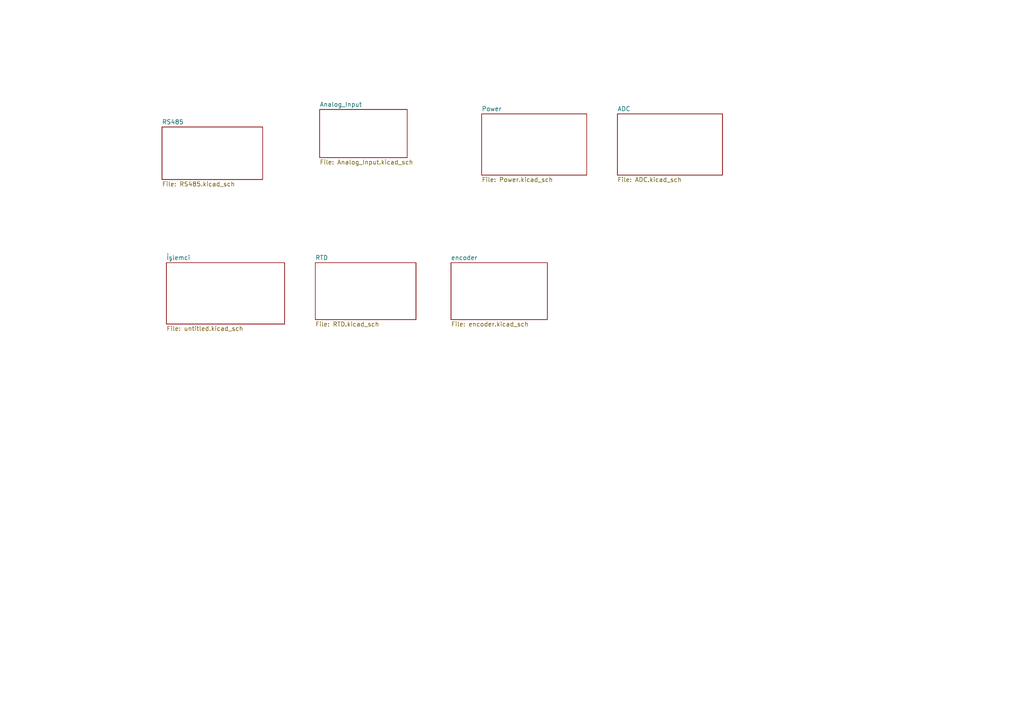
<source format=kicad_sch>
(kicad_sch
	(version 20231120)
	(generator "eeschema")
	(generator_version "8.0")
	(uuid "ad889ec0-8348-4a7e-814b-1d205706ea97")
	(paper "A4")
	(lib_symbols)
	(sheet
		(at 48.26 76.2)
		(size 34.29 17.78)
		(fields_autoplaced yes)
		(stroke
			(width 0.1524)
			(type solid)
		)
		(fill
			(color 0 0 0 0.0000)
		)
		(uuid "10d0a709-2a75-4341-a347-8323a21a0c52")
		(property "Sheetname" "İşlemci"
			(at 48.26 75.4884 0)
			(effects
				(font
					(size 1.27 1.27)
				)
				(justify left bottom)
			)
		)
		(property "Sheetfile" "untitled.kicad_sch"
			(at 48.26 94.5646 0)
			(effects
				(font
					(size 1.27 1.27)
				)
				(justify left top)
			)
		)
		(instances
			(project "proje"
				(path "/ad889ec0-8348-4a7e-814b-1d205706ea97"
					(page "6")
				)
			)
		)
	)
	(sheet
		(at 91.44 76.2)
		(size 29.21 16.51)
		(fields_autoplaced yes)
		(stroke
			(width 0.1524)
			(type solid)
		)
		(fill
			(color 0 0 0 0.0000)
		)
		(uuid "133f4064-dc7b-43a7-bc85-0803c3500576")
		(property "Sheetname" "RTD"
			(at 91.44 75.4884 0)
			(effects
				(font
					(size 1.27 1.27)
				)
				(justify left bottom)
			)
		)
		(property "Sheetfile" "RTD.kicad_sch"
			(at 91.44 93.2946 0)
			(effects
				(font
					(size 1.27 1.27)
				)
				(justify left top)
			)
		)
		(instances
			(project "proje"
				(path "/ad889ec0-8348-4a7e-814b-1d205706ea97"
					(page "7")
				)
			)
		)
	)
	(sheet
		(at 92.71 31.75)
		(size 25.4 13.97)
		(fields_autoplaced yes)
		(stroke
			(width 0.1524)
			(type solid)
		)
		(fill
			(color 0 0 0 0.0000)
		)
		(uuid "86a4a377-6556-4ef4-911d-88a557125696")
		(property "Sheetname" "Analog_Input"
			(at 92.71 31.0384 0)
			(effects
				(font
					(size 1.27 1.27)
				)
				(justify left bottom)
			)
		)
		(property "Sheetfile" "Analog_Input.kicad_sch"
			(at 92.71 46.3046 0)
			(effects
				(font
					(size 1.27 1.27)
				)
				(justify left top)
			)
		)
		(instances
			(project "proje"
				(path "/ad889ec0-8348-4a7e-814b-1d205706ea97"
					(page "4")
				)
			)
		)
	)
	(sheet
		(at 46.99 36.83)
		(size 29.21 15.24)
		(fields_autoplaced yes)
		(stroke
			(width 0.1524)
			(type solid)
		)
		(fill
			(color 0 0 0 0.0000)
		)
		(uuid "87f3d5c2-934e-4001-8d7e-61aa509aaf61")
		(property "Sheetname" "RS485"
			(at 46.99 36.1184 0)
			(effects
				(font
					(size 1.27 1.27)
				)
				(justify left bottom)
			)
		)
		(property "Sheetfile" "RS485.kicad_sch"
			(at 46.99 52.6546 0)
			(effects
				(font
					(size 1.27 1.27)
				)
				(justify left top)
			)
		)
		(instances
			(project "proje"
				(path "/ad889ec0-8348-4a7e-814b-1d205706ea97"
					(page "2")
				)
			)
		)
	)
	(sheet
		(at 179.07 33.02)
		(size 30.48 17.78)
		(fields_autoplaced yes)
		(stroke
			(width 0.1524)
			(type solid)
		)
		(fill
			(color 0 0 0 0.0000)
		)
		(uuid "8fec48f5-72b6-4e52-b603-bd32583d344e")
		(property "Sheetname" "ADC"
			(at 179.07 32.3084 0)
			(effects
				(font
					(size 1.27 1.27)
				)
				(justify left bottom)
			)
		)
		(property "Sheetfile" "ADC.kicad_sch"
			(at 179.07 51.3846 0)
			(effects
				(font
					(size 1.27 1.27)
				)
				(justify left top)
			)
		)
		(instances
			(project "proje"
				(path "/ad889ec0-8348-4a7e-814b-1d205706ea97"
					(page "3")
				)
			)
		)
	)
	(sheet
		(at 130.81 76.2)
		(size 27.94 16.51)
		(fields_autoplaced yes)
		(stroke
			(width 0.1524)
			(type solid)
		)
		(fill
			(color 0 0 0 0.0000)
		)
		(uuid "a4d25e41-2f69-416d-b7b2-3c202c0d872b")
		(property "Sheetname" "encoder"
			(at 130.81 75.4884 0)
			(effects
				(font
					(size 1.27 1.27)
				)
				(justify left bottom)
			)
		)
		(property "Sheetfile" "encoder.kicad_sch"
			(at 130.81 93.2946 0)
			(effects
				(font
					(size 1.27 1.27)
				)
				(justify left top)
			)
		)
		(instances
			(project "proje"
				(path "/ad889ec0-8348-4a7e-814b-1d205706ea97"
					(page "8")
				)
			)
		)
	)
	(sheet
		(at 139.7 33.02)
		(size 30.48 17.78)
		(fields_autoplaced yes)
		(stroke
			(width 0.1524)
			(type solid)
		)
		(fill
			(color 0 0 0 0.0000)
		)
		(uuid "e3fefe28-c3b0-474b-96d3-e89d3c5a53bd")
		(property "Sheetname" "Power"
			(at 139.7 32.3084 0)
			(effects
				(font
					(size 1.27 1.27)
				)
				(justify left bottom)
			)
		)
		(property "Sheetfile" "Power.kicad_sch"
			(at 139.7 51.3846 0)
			(effects
				(font
					(size 1.27 1.27)
				)
				(justify left top)
			)
		)
		(instances
			(project "proje"
				(path "/ad889ec0-8348-4a7e-814b-1d205706ea97"
					(page "4")
				)
			)
		)
	)
	(sheet_instances
		(path "/"
			(page "1")
		)
	)
)
</source>
